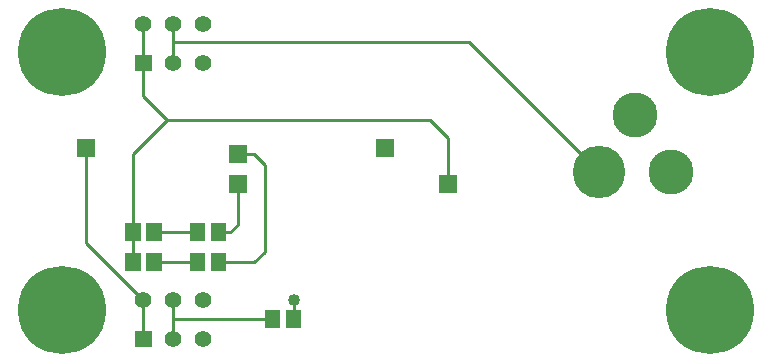
<source format=gbr>
G04 start of page 2 for group 0 idx 0 *
G04 Title: (unknown), top *
G04 Creator: pcb 20140316 *
G04 CreationDate: Tue 13 Dec 2016 03:17:30 AM GMT UTC *
G04 For: railfan *
G04 Format: Gerber/RS-274X *
G04 PCB-Dimensions (mil): 2500.00 1200.00 *
G04 PCB-Coordinate-Origin: lower left *
%MOIN*%
%FSLAX25Y25*%
%LNTOP*%
%ADD24C,0.0350*%
%ADD23C,0.1250*%
%ADD22C,0.1100*%
%ADD21C,0.0420*%
%ADD20C,0.1285*%
%ADD19C,0.0200*%
%ADD18C,0.0400*%
%ADD17R,0.0512X0.0512*%
%ADD16C,0.0550*%
%ADD15C,0.1750*%
%ADD14C,0.1500*%
%ADD13C,0.0001*%
%ADD12C,0.2937*%
%ADD11C,0.0100*%
G54D11*X139500Y80500D02*X145500Y74500D01*
Y59000D01*
X152657Y106343D02*X196000Y63000D01*
X53843Y106343D02*X152657D01*
X139500Y80500D02*X52000D01*
X44000Y88500D01*
X81000Y69000D02*X84500Y65500D01*
X44000Y7500D02*Y20492D01*
X43992Y7492D02*X44000Y7500D01*
X53843D02*Y20492D01*
Y14000D02*X87000D01*
X94043Y20500D02*Y14000D01*
X25000Y71000D02*Y39492D01*
X40457Y33000D02*Y68957D01*
X25000Y39492D02*X44000Y20492D01*
X47543Y33000D02*X61957D01*
X53843Y112500D02*Y99508D01*
X44000Y88500D02*Y112500D01*
X40457Y68957D02*X52000Y80500D01*
X47543Y43000D02*X61957D01*
X69043D02*X73000D01*
X75500Y45500D01*
Y59000D01*
Y69000D02*X81000D01*
Y33000D02*X69043D01*
X84500Y65500D02*Y36500D01*
X81000Y33000D01*
G54D12*X233000Y103000D03*
G54D13*G36*
X121500Y74000D02*Y68000D01*
X127500D01*
Y74000D01*
X121500D01*
G37*
G36*
X142500Y62000D02*Y56000D01*
X148500D01*
Y62000D01*
X142500D01*
G37*
G54D14*X208000Y82000D03*
G54D12*X233000Y17000D03*
G54D15*X196000Y63000D03*
G54D14*X220000D03*
G54D12*X17000Y103000D03*
G54D13*G36*
X22000Y74000D02*Y68000D01*
X28000D01*
Y74000D01*
X22000D01*
G37*
G36*
X41250Y102258D02*Y96758D01*
X46750D01*
Y102258D01*
X41250D01*
G37*
G54D16*X44000Y112500D03*
G54D12*X17000Y17000D03*
G54D13*G36*
X72500Y72000D02*Y66000D01*
X78500D01*
Y72000D01*
X72500D01*
G37*
G36*
Y62000D02*Y56000D01*
X78500D01*
Y62000D01*
X72500D01*
G37*
G54D16*X53843Y99508D03*
X63685D03*
X53843Y112500D03*
X63685D03*
G54D13*G36*
X41250Y10250D02*Y4750D01*
X46750D01*
Y10250D01*
X41250D01*
G37*
G54D16*X53843Y7500D03*
X63685D03*
X44000Y20492D03*
X53843D03*
X63685D03*
G54D17*X47543Y33393D02*Y32607D01*
X40457Y33393D02*Y32607D01*
X47543Y43393D02*Y42607D01*
X40457Y43393D02*Y42607D01*
X87000Y14393D02*Y13607D01*
X94086Y14393D02*Y13607D01*
X69043Y43393D02*Y42607D01*
X61957Y43393D02*Y42607D01*
X69043Y33393D02*Y32607D01*
X61957Y33393D02*Y32607D01*
G54D18*X94043Y20500D03*
G54D19*G54D20*G54D21*G54D22*G54D20*G54D23*G54D22*G54D20*G54D21*G54D24*G54D20*G54D21*G54D24*M02*

</source>
